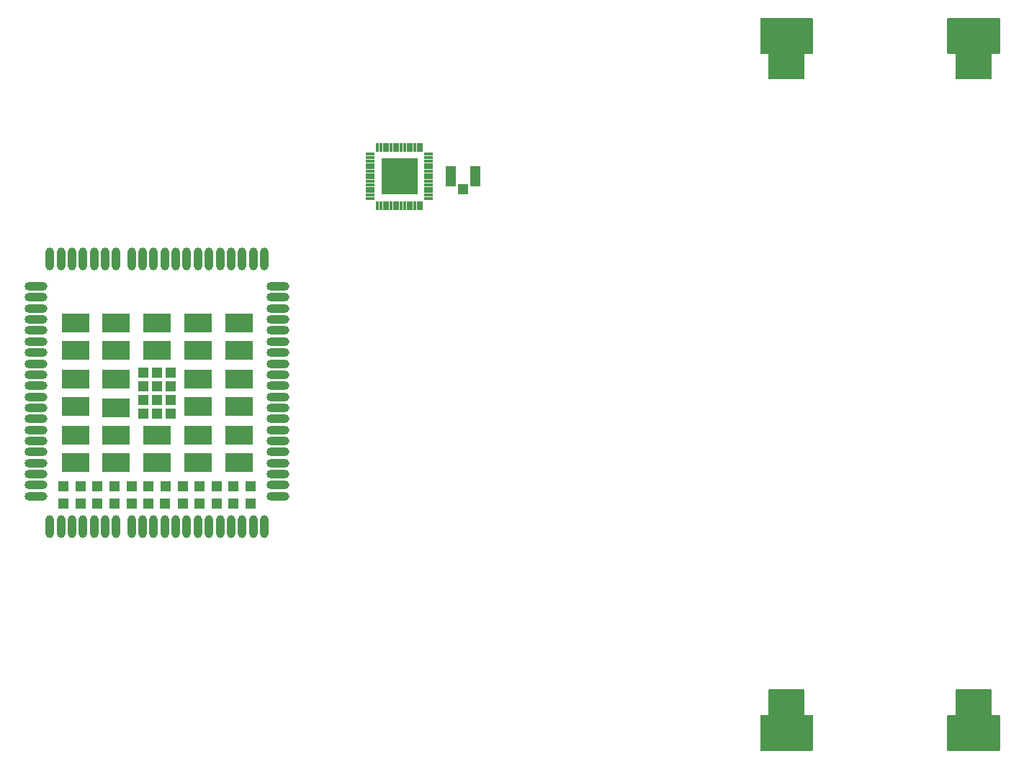
<source format=gts>
G04*
G04 #@! TF.GenerationSoftware,Altium Limited,Altium Designer,24.5.2 (23)*
G04*
G04 Layer_Color=8388736*
%FSLAX44Y44*%
%MOMM*%
G71*
G04*
G04 #@! TF.SameCoordinates,3DCBDF99-3535-49DB-9263-CEB5A80537B2*
G04*
G04*
G04 #@! TF.FilePolarity,Negative*
G04*
G01*
G75*
G04:AMPARAMS|DCode=23|XSize=2.7032mm|YSize=1.0032mm|CornerRadius=0.5016mm|HoleSize=0mm|Usage=FLASHONLY|Rotation=90.000|XOffset=0mm|YOffset=0mm|HoleType=Round|Shape=RoundedRectangle|*
%AMROUNDEDRECTD23*
21,1,2.7032,0.0000,0,0,90.0*
21,1,1.7000,1.0032,0,0,90.0*
1,1,1.0032,0.0000,0.8500*
1,1,1.0032,0.0000,-0.8500*
1,1,1.0032,0.0000,-0.8500*
1,1,1.0032,0.0000,0.8500*
%
%ADD23ROUNDEDRECTD23*%
%ADD24R,1.3032X1.3032*%
G04:AMPARAMS|DCode=25|XSize=2.7032mm|YSize=1.0032mm|CornerRadius=0.5016mm|HoleSize=0mm|Usage=FLASHONLY|Rotation=180.000|XOffset=0mm|YOffset=0mm|HoleType=Round|Shape=RoundedRectangle|*
%AMROUNDEDRECTD25*
21,1,2.7032,0.0000,0,0,180.0*
21,1,1.7000,1.0032,0,0,180.0*
1,1,1.0032,-0.8500,0.0000*
1,1,1.0032,0.8500,0.0000*
1,1,1.0032,0.8500,0.0000*
1,1,1.0032,-0.8500,0.0000*
%
%ADD25ROUNDEDRECTD25*%
%ADD26R,3.2032X2.2032*%
%ADD27R,0.4032X1.0532*%
%ADD28R,1.0532X0.4032*%
%ADD29R,4.2032X4.2032*%
%ADD30R,1.2532X2.4032*%
%ADD31R,1.2032X1.2532*%
G36*
X505133Y-358991D02*
X505263Y-359016D01*
X505390Y-359059D01*
X505509Y-359118D01*
X505620Y-359192D01*
X505720Y-359280D01*
X505808Y-359380D01*
X505882Y-359491D01*
X505941Y-359610D01*
X505984Y-359736D01*
X506009Y-359867D01*
X506018Y-360000D01*
Y-388982D01*
X515000D01*
X515133Y-388991D01*
X515263Y-389016D01*
X515390Y-389059D01*
X515509Y-389118D01*
X515620Y-389192D01*
X515720Y-389280D01*
X515808Y-389380D01*
X515882Y-389491D01*
X515941Y-389610D01*
X515984Y-389736D01*
X516009Y-389867D01*
X516018Y-390000D01*
Y-430000D01*
X516009Y-430133D01*
X515984Y-430263D01*
X515941Y-430390D01*
X515882Y-430509D01*
X515808Y-430620D01*
X515720Y-430720D01*
X515620Y-430808D01*
X515509Y-430882D01*
X515390Y-430941D01*
X515263Y-430983D01*
X515133Y-431009D01*
X515000Y-431018D01*
X455000D01*
X454867Y-431009D01*
X454737Y-430983D01*
X454610Y-430941D01*
X454491Y-430882D01*
X454380Y-430808D01*
X454280Y-430720D01*
X454192Y-430620D01*
X454118Y-430509D01*
X454059Y-430390D01*
X454016Y-430263D01*
X453991Y-430133D01*
X453982Y-430000D01*
Y-390000D01*
X453991Y-389867D01*
X454016Y-389736D01*
X454059Y-389610D01*
X454118Y-389491D01*
X454192Y-389380D01*
X454280Y-389280D01*
X454380Y-389192D01*
X454491Y-389118D01*
X454610Y-389059D01*
X454737Y-389016D01*
X454867Y-388991D01*
X455000Y-388982D01*
X463982D01*
Y-360000D01*
X463991Y-359867D01*
X464016Y-359736D01*
X464059Y-359610D01*
X464118Y-359491D01*
X464192Y-359380D01*
X464280Y-359280D01*
X464380Y-359192D01*
X464491Y-359118D01*
X464610Y-359059D01*
X464737Y-359016D01*
X464867Y-358991D01*
X465000Y-358982D01*
X505000D01*
X505133Y-358991D01*
D02*
G37*
G36*
X285133Y-358991D02*
X285264Y-359016D01*
X285390Y-359059D01*
X285509Y-359118D01*
X285620Y-359192D01*
X285720Y-359280D01*
X285808Y-359380D01*
X285882Y-359491D01*
X285941Y-359610D01*
X285984Y-359736D01*
X286010Y-359867D01*
X286018Y-360000D01*
Y-388982D01*
X295000D01*
X295133Y-388991D01*
X295264Y-389016D01*
X295390Y-389059D01*
X295509Y-389118D01*
X295620Y-389192D01*
X295720Y-389280D01*
X295808Y-389380D01*
X295882Y-389491D01*
X295941Y-389610D01*
X295984Y-389737D01*
X296010Y-389867D01*
X296018Y-390000D01*
Y-430000D01*
X296010Y-430133D01*
X295984Y-430263D01*
X295941Y-430390D01*
X295882Y-430509D01*
X295808Y-430620D01*
X295720Y-430720D01*
X295620Y-430808D01*
X295509Y-430882D01*
X295390Y-430941D01*
X295264Y-430984D01*
X295133Y-431009D01*
X295000Y-431018D01*
X235000D01*
X234867Y-431009D01*
X234736Y-430984D01*
X234610Y-430941D01*
X234491Y-430882D01*
X234380Y-430808D01*
X234280Y-430720D01*
X234192Y-430620D01*
X234118Y-430509D01*
X234059Y-430390D01*
X234016Y-430263D01*
X233990Y-430133D01*
X233982Y-430000D01*
Y-390000D01*
X233990Y-389867D01*
X234016Y-389737D01*
X234059Y-389610D01*
X234118Y-389491D01*
X234192Y-389380D01*
X234280Y-389280D01*
X234380Y-389192D01*
X234491Y-389118D01*
X234610Y-389059D01*
X234736Y-389016D01*
X234867Y-388991D01*
X235000Y-388982D01*
X243982D01*
Y-360000D01*
X243990Y-359867D01*
X244016Y-359736D01*
X244059Y-359610D01*
X244118Y-359491D01*
X244192Y-359380D01*
X244280Y-359280D01*
X244380Y-359192D01*
X244491Y-359118D01*
X244610Y-359059D01*
X244736Y-359016D01*
X244867Y-358991D01*
X245000Y-358982D01*
X285000D01*
X285133Y-358991D01*
D02*
G37*
G36*
X295133Y431009D02*
X295264Y430984D01*
X295390Y430941D01*
X295509Y430882D01*
X295620Y430808D01*
X295720Y430720D01*
X295808Y430620D01*
X295882Y430509D01*
X295941Y430390D01*
X295984Y430263D01*
X296010Y430133D01*
X296018Y430000D01*
Y390000D01*
X296010Y389867D01*
X295984Y389737D01*
X295941Y389610D01*
X295882Y389491D01*
X295808Y389380D01*
X295720Y389280D01*
X295620Y389192D01*
X295509Y389118D01*
X295390Y389059D01*
X295264Y389016D01*
X295133Y388991D01*
X295000Y388982D01*
X286018D01*
Y360000D01*
X286010Y359867D01*
X285984Y359737D01*
X285941Y359610D01*
X285882Y359491D01*
X285808Y359380D01*
X285720Y359280D01*
X285620Y359192D01*
X285509Y359118D01*
X285390Y359059D01*
X285264Y359016D01*
X285133Y358991D01*
X285000Y358982D01*
X245000D01*
X244867Y358991D01*
X244736Y359016D01*
X244610Y359059D01*
X244491Y359118D01*
X244380Y359192D01*
X244280Y359280D01*
X244192Y359380D01*
X244118Y359491D01*
X244059Y359610D01*
X244016Y359737D01*
X243990Y359867D01*
X243982Y360000D01*
Y388982D01*
X235000D01*
X234867Y388991D01*
X234736Y389016D01*
X234610Y389059D01*
X234491Y389118D01*
X234380Y389192D01*
X234280Y389280D01*
X234192Y389380D01*
X234118Y389491D01*
X234059Y389610D01*
X234016Y389737D01*
X233990Y389867D01*
X233982Y390000D01*
Y430000D01*
X233990Y430133D01*
X234016Y430263D01*
X234059Y430390D01*
X234118Y430509D01*
X234192Y430620D01*
X234280Y430720D01*
X234380Y430808D01*
X234491Y430882D01*
X234610Y430941D01*
X234736Y430984D01*
X234867Y431009D01*
X235000Y431018D01*
X295000D01*
X295133Y431009D01*
D02*
G37*
G36*
X515133Y431009D02*
X515263Y430984D01*
X515390Y430941D01*
X515509Y430882D01*
X515620Y430808D01*
X515720Y430720D01*
X515808Y430620D01*
X515882Y430509D01*
X515941Y430390D01*
X515984Y430264D01*
X516009Y430133D01*
X516018Y430000D01*
Y390000D01*
X516009Y389867D01*
X515984Y389737D01*
X515941Y389610D01*
X515882Y389491D01*
X515808Y389380D01*
X515720Y389280D01*
X515620Y389192D01*
X515509Y389118D01*
X515390Y389059D01*
X515263Y389016D01*
X515133Y388991D01*
X515000Y388982D01*
X506018D01*
Y360000D01*
X506009Y359867D01*
X505984Y359737D01*
X505941Y359610D01*
X505882Y359491D01*
X505808Y359380D01*
X505720Y359280D01*
X505620Y359192D01*
X505509Y359118D01*
X505390Y359059D01*
X505263Y359016D01*
X505133Y358991D01*
X505000Y358982D01*
X465000D01*
X464867Y358991D01*
X464737Y359016D01*
X464610Y359059D01*
X464491Y359118D01*
X464380Y359192D01*
X464280Y359280D01*
X464192Y359380D01*
X464118Y359491D01*
X464059Y359610D01*
X464016Y359737D01*
X463991Y359867D01*
X463982Y360000D01*
Y388982D01*
X455000D01*
X454867Y388991D01*
X454737Y389016D01*
X454610Y389059D01*
X454491Y389118D01*
X454380Y389192D01*
X454280Y389280D01*
X454192Y389380D01*
X454118Y389491D01*
X454059Y389610D01*
X454016Y389737D01*
X453991Y389867D01*
X453982Y390000D01*
Y430000D01*
X453991Y430133D01*
X454016Y430264D01*
X454059Y430390D01*
X454118Y430509D01*
X454192Y430620D01*
X454280Y430720D01*
X454380Y430808D01*
X454491Y430882D01*
X454610Y430941D01*
X454737Y430984D01*
X454867Y431009D01*
X455000Y431018D01*
X515000D01*
X515133Y431009D01*
D02*
G37*
D23*
X-505000Y147500D02*
D03*
X-492000D02*
D03*
Y-167500D02*
D03*
X-505000D02*
D03*
X-601000Y147500D02*
D03*
X-588000D02*
D03*
X-575000D02*
D03*
X-562000D02*
D03*
X-549000D02*
D03*
X-536000D02*
D03*
X-523000D02*
D03*
X-479000D02*
D03*
X-466000D02*
D03*
X-453000D02*
D03*
X-440000D02*
D03*
X-427000D02*
D03*
X-414000D02*
D03*
X-401000D02*
D03*
X-388000D02*
D03*
X-375000D02*
D03*
X-362000D02*
D03*
X-349000D02*
D03*
Y-167500D02*
D03*
X-362000D02*
D03*
X-375000D02*
D03*
X-388000D02*
D03*
X-401000D02*
D03*
X-414000D02*
D03*
X-427000D02*
D03*
X-440000D02*
D03*
X-453000D02*
D03*
X-466000D02*
D03*
X-479000D02*
D03*
X-523000D02*
D03*
X-536000D02*
D03*
X-549000D02*
D03*
X-562000D02*
D03*
X-575000D02*
D03*
X-588000D02*
D03*
X-601000D02*
D03*
D24*
X-365000Y-140000D02*
D03*
X-385000D02*
D03*
X-405000D02*
D03*
X-425000D02*
D03*
X-445000D02*
D03*
X-466000D02*
D03*
X-485000D02*
D03*
X-505000D02*
D03*
X-525000D02*
D03*
X-545000D02*
D03*
X-565000D02*
D03*
X-585000D02*
D03*
X-365000Y-120000D02*
D03*
X-385000D02*
D03*
X-405000D02*
D03*
X-425000D02*
D03*
X-445000D02*
D03*
X-465000D02*
D03*
X-485000D02*
D03*
X-505000D02*
D03*
X-525000D02*
D03*
X-545000D02*
D03*
X-565000D02*
D03*
X-585000D02*
D03*
X-459000Y-34000D02*
D03*
X-475000D02*
D03*
X-491000D02*
D03*
X-459000Y-18000D02*
D03*
X-475000D02*
D03*
X-491000D02*
D03*
X-459000Y-2000D02*
D03*
X-475000D02*
D03*
X-491000D02*
D03*
X-459000Y14000D02*
D03*
X-475000D02*
D03*
X-491000D02*
D03*
D25*
X-332500Y-131500D02*
D03*
Y-118500D02*
D03*
X-617500Y-131500D02*
D03*
Y-118500D02*
D03*
Y-105500D02*
D03*
Y-92500D02*
D03*
Y-79500D02*
D03*
Y-66500D02*
D03*
Y-53500D02*
D03*
Y-40500D02*
D03*
Y-27500D02*
D03*
Y-14500D02*
D03*
Y-1500D02*
D03*
Y11500D02*
D03*
Y24500D02*
D03*
Y37500D02*
D03*
Y50500D02*
D03*
Y63500D02*
D03*
Y76500D02*
D03*
Y89500D02*
D03*
Y102500D02*
D03*
Y115500D02*
D03*
X-332500D02*
D03*
Y102500D02*
D03*
Y89500D02*
D03*
Y76500D02*
D03*
Y63500D02*
D03*
Y50500D02*
D03*
Y37500D02*
D03*
Y24500D02*
D03*
Y11500D02*
D03*
Y-1500D02*
D03*
Y-14500D02*
D03*
Y-27500D02*
D03*
Y-40500D02*
D03*
Y-53500D02*
D03*
Y-66500D02*
D03*
Y-79500D02*
D03*
Y-92500D02*
D03*
Y-105500D02*
D03*
D26*
X-379000Y-92000D02*
D03*
X-427000D02*
D03*
X-475000D02*
D03*
X-523000D02*
D03*
X-571000D02*
D03*
X-379000Y-60000D02*
D03*
X-427000D02*
D03*
X-475000D02*
D03*
X-523000D02*
D03*
X-571000D02*
D03*
X-379000Y-26000D02*
D03*
X-427000D02*
D03*
X-523000Y-27500D02*
D03*
X-571000Y-26000D02*
D03*
X-379000Y6000D02*
D03*
X-427000D02*
D03*
X-523000D02*
D03*
X-571000D02*
D03*
X-379000Y40000D02*
D03*
X-427000D02*
D03*
X-475000D02*
D03*
X-523000D02*
D03*
X-571000D02*
D03*
X-379000Y72000D02*
D03*
X-427000D02*
D03*
X-475000D02*
D03*
X-523000D02*
D03*
X-571000D02*
D03*
D27*
X-216000Y210750D02*
D03*
X-212000D02*
D03*
X-208000D02*
D03*
X-204000D02*
D03*
X-200000D02*
D03*
X-196000D02*
D03*
X-192000D02*
D03*
X-188000D02*
D03*
X-184000D02*
D03*
X-192000Y279250D02*
D03*
X-216000D02*
D03*
X-212000D02*
D03*
X-208000D02*
D03*
X-204000D02*
D03*
X-200000D02*
D03*
X-196000D02*
D03*
X-188000D02*
D03*
X-180000Y210750D02*
D03*
X-176000D02*
D03*
X-172000D02*
D03*
X-168000D02*
D03*
X-164000D02*
D03*
X-184000Y279250D02*
D03*
X-180000D02*
D03*
X-176000D02*
D03*
X-172000D02*
D03*
X-168000D02*
D03*
X-164000D02*
D03*
D28*
X-224250Y219000D02*
D03*
Y223000D02*
D03*
Y227000D02*
D03*
Y231000D02*
D03*
Y235000D02*
D03*
Y239000D02*
D03*
Y243000D02*
D03*
Y247000D02*
D03*
Y251000D02*
D03*
Y255000D02*
D03*
Y259000D02*
D03*
Y263000D02*
D03*
Y267000D02*
D03*
Y271000D02*
D03*
X-155750Y219000D02*
D03*
Y223000D02*
D03*
Y227000D02*
D03*
Y231000D02*
D03*
Y235000D02*
D03*
Y239000D02*
D03*
Y243000D02*
D03*
Y247000D02*
D03*
Y251000D02*
D03*
Y255000D02*
D03*
Y259000D02*
D03*
Y263000D02*
D03*
Y267000D02*
D03*
Y271000D02*
D03*
D29*
X-190000Y245000D02*
D03*
D30*
X-100500D02*
D03*
X-130000D02*
D03*
D31*
X-115250Y229750D02*
D03*
M02*

</source>
